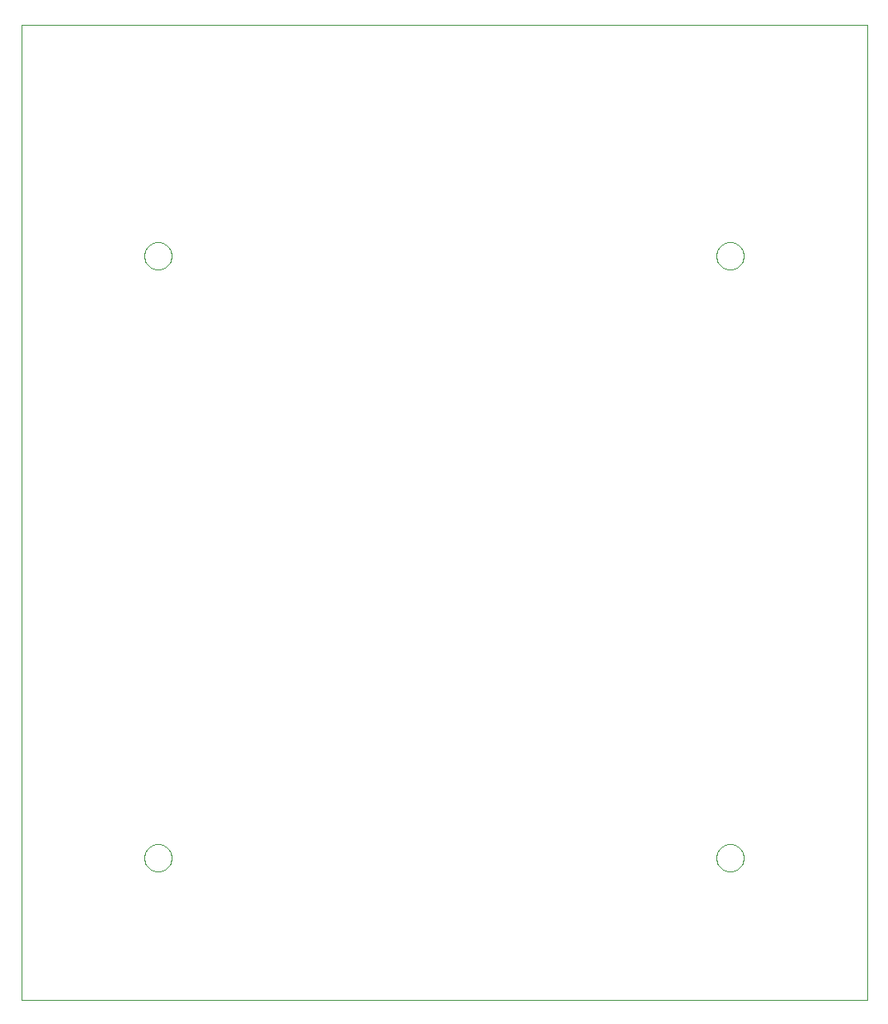
<source format=gbo>
G75*
%MOIN*%
%OFA0B0*%
%FSLAX24Y24*%
%IPPOS*%
%LPD*%
%AMOC8*
5,1,8,0,0,1.08239X$1,22.5*
%
%ADD10C,0.0000*%
D10*
X000280Y000280D02*
X000280Y039480D01*
X034280Y039480D01*
X034280Y000280D01*
X000280Y000280D01*
X005229Y005980D02*
X005231Y006027D01*
X005237Y006073D01*
X005247Y006119D01*
X005260Y006164D01*
X005278Y006207D01*
X005299Y006249D01*
X005323Y006289D01*
X005351Y006326D01*
X005382Y006361D01*
X005416Y006394D01*
X005452Y006423D01*
X005491Y006449D01*
X005532Y006472D01*
X005575Y006491D01*
X005619Y006507D01*
X005664Y006519D01*
X005710Y006527D01*
X005757Y006531D01*
X005803Y006531D01*
X005850Y006527D01*
X005896Y006519D01*
X005941Y006507D01*
X005985Y006491D01*
X006028Y006472D01*
X006069Y006449D01*
X006108Y006423D01*
X006144Y006394D01*
X006178Y006361D01*
X006209Y006326D01*
X006237Y006289D01*
X006261Y006249D01*
X006282Y006207D01*
X006300Y006164D01*
X006313Y006119D01*
X006323Y006073D01*
X006329Y006027D01*
X006331Y005980D01*
X006329Y005933D01*
X006323Y005887D01*
X006313Y005841D01*
X006300Y005796D01*
X006282Y005753D01*
X006261Y005711D01*
X006237Y005671D01*
X006209Y005634D01*
X006178Y005599D01*
X006144Y005566D01*
X006108Y005537D01*
X006069Y005511D01*
X006028Y005488D01*
X005985Y005469D01*
X005941Y005453D01*
X005896Y005441D01*
X005850Y005433D01*
X005803Y005429D01*
X005757Y005429D01*
X005710Y005433D01*
X005664Y005441D01*
X005619Y005453D01*
X005575Y005469D01*
X005532Y005488D01*
X005491Y005511D01*
X005452Y005537D01*
X005416Y005566D01*
X005382Y005599D01*
X005351Y005634D01*
X005323Y005671D01*
X005299Y005711D01*
X005278Y005753D01*
X005260Y005796D01*
X005247Y005841D01*
X005237Y005887D01*
X005231Y005933D01*
X005229Y005980D01*
X005229Y030180D02*
X005231Y030227D01*
X005237Y030273D01*
X005247Y030319D01*
X005260Y030364D01*
X005278Y030407D01*
X005299Y030449D01*
X005323Y030489D01*
X005351Y030526D01*
X005382Y030561D01*
X005416Y030594D01*
X005452Y030623D01*
X005491Y030649D01*
X005532Y030672D01*
X005575Y030691D01*
X005619Y030707D01*
X005664Y030719D01*
X005710Y030727D01*
X005757Y030731D01*
X005803Y030731D01*
X005850Y030727D01*
X005896Y030719D01*
X005941Y030707D01*
X005985Y030691D01*
X006028Y030672D01*
X006069Y030649D01*
X006108Y030623D01*
X006144Y030594D01*
X006178Y030561D01*
X006209Y030526D01*
X006237Y030489D01*
X006261Y030449D01*
X006282Y030407D01*
X006300Y030364D01*
X006313Y030319D01*
X006323Y030273D01*
X006329Y030227D01*
X006331Y030180D01*
X006329Y030133D01*
X006323Y030087D01*
X006313Y030041D01*
X006300Y029996D01*
X006282Y029953D01*
X006261Y029911D01*
X006237Y029871D01*
X006209Y029834D01*
X006178Y029799D01*
X006144Y029766D01*
X006108Y029737D01*
X006069Y029711D01*
X006028Y029688D01*
X005985Y029669D01*
X005941Y029653D01*
X005896Y029641D01*
X005850Y029633D01*
X005803Y029629D01*
X005757Y029629D01*
X005710Y029633D01*
X005664Y029641D01*
X005619Y029653D01*
X005575Y029669D01*
X005532Y029688D01*
X005491Y029711D01*
X005452Y029737D01*
X005416Y029766D01*
X005382Y029799D01*
X005351Y029834D01*
X005323Y029871D01*
X005299Y029911D01*
X005278Y029953D01*
X005260Y029996D01*
X005247Y030041D01*
X005237Y030087D01*
X005231Y030133D01*
X005229Y030180D01*
X028229Y030180D02*
X028231Y030227D01*
X028237Y030273D01*
X028247Y030319D01*
X028260Y030364D01*
X028278Y030407D01*
X028299Y030449D01*
X028323Y030489D01*
X028351Y030526D01*
X028382Y030561D01*
X028416Y030594D01*
X028452Y030623D01*
X028491Y030649D01*
X028532Y030672D01*
X028575Y030691D01*
X028619Y030707D01*
X028664Y030719D01*
X028710Y030727D01*
X028757Y030731D01*
X028803Y030731D01*
X028850Y030727D01*
X028896Y030719D01*
X028941Y030707D01*
X028985Y030691D01*
X029028Y030672D01*
X029069Y030649D01*
X029108Y030623D01*
X029144Y030594D01*
X029178Y030561D01*
X029209Y030526D01*
X029237Y030489D01*
X029261Y030449D01*
X029282Y030407D01*
X029300Y030364D01*
X029313Y030319D01*
X029323Y030273D01*
X029329Y030227D01*
X029331Y030180D01*
X029329Y030133D01*
X029323Y030087D01*
X029313Y030041D01*
X029300Y029996D01*
X029282Y029953D01*
X029261Y029911D01*
X029237Y029871D01*
X029209Y029834D01*
X029178Y029799D01*
X029144Y029766D01*
X029108Y029737D01*
X029069Y029711D01*
X029028Y029688D01*
X028985Y029669D01*
X028941Y029653D01*
X028896Y029641D01*
X028850Y029633D01*
X028803Y029629D01*
X028757Y029629D01*
X028710Y029633D01*
X028664Y029641D01*
X028619Y029653D01*
X028575Y029669D01*
X028532Y029688D01*
X028491Y029711D01*
X028452Y029737D01*
X028416Y029766D01*
X028382Y029799D01*
X028351Y029834D01*
X028323Y029871D01*
X028299Y029911D01*
X028278Y029953D01*
X028260Y029996D01*
X028247Y030041D01*
X028237Y030087D01*
X028231Y030133D01*
X028229Y030180D01*
X028229Y005980D02*
X028231Y006027D01*
X028237Y006073D01*
X028247Y006119D01*
X028260Y006164D01*
X028278Y006207D01*
X028299Y006249D01*
X028323Y006289D01*
X028351Y006326D01*
X028382Y006361D01*
X028416Y006394D01*
X028452Y006423D01*
X028491Y006449D01*
X028532Y006472D01*
X028575Y006491D01*
X028619Y006507D01*
X028664Y006519D01*
X028710Y006527D01*
X028757Y006531D01*
X028803Y006531D01*
X028850Y006527D01*
X028896Y006519D01*
X028941Y006507D01*
X028985Y006491D01*
X029028Y006472D01*
X029069Y006449D01*
X029108Y006423D01*
X029144Y006394D01*
X029178Y006361D01*
X029209Y006326D01*
X029237Y006289D01*
X029261Y006249D01*
X029282Y006207D01*
X029300Y006164D01*
X029313Y006119D01*
X029323Y006073D01*
X029329Y006027D01*
X029331Y005980D01*
X029329Y005933D01*
X029323Y005887D01*
X029313Y005841D01*
X029300Y005796D01*
X029282Y005753D01*
X029261Y005711D01*
X029237Y005671D01*
X029209Y005634D01*
X029178Y005599D01*
X029144Y005566D01*
X029108Y005537D01*
X029069Y005511D01*
X029028Y005488D01*
X028985Y005469D01*
X028941Y005453D01*
X028896Y005441D01*
X028850Y005433D01*
X028803Y005429D01*
X028757Y005429D01*
X028710Y005433D01*
X028664Y005441D01*
X028619Y005453D01*
X028575Y005469D01*
X028532Y005488D01*
X028491Y005511D01*
X028452Y005537D01*
X028416Y005566D01*
X028382Y005599D01*
X028351Y005634D01*
X028323Y005671D01*
X028299Y005711D01*
X028278Y005753D01*
X028260Y005796D01*
X028247Y005841D01*
X028237Y005887D01*
X028231Y005933D01*
X028229Y005980D01*
M02*

</source>
